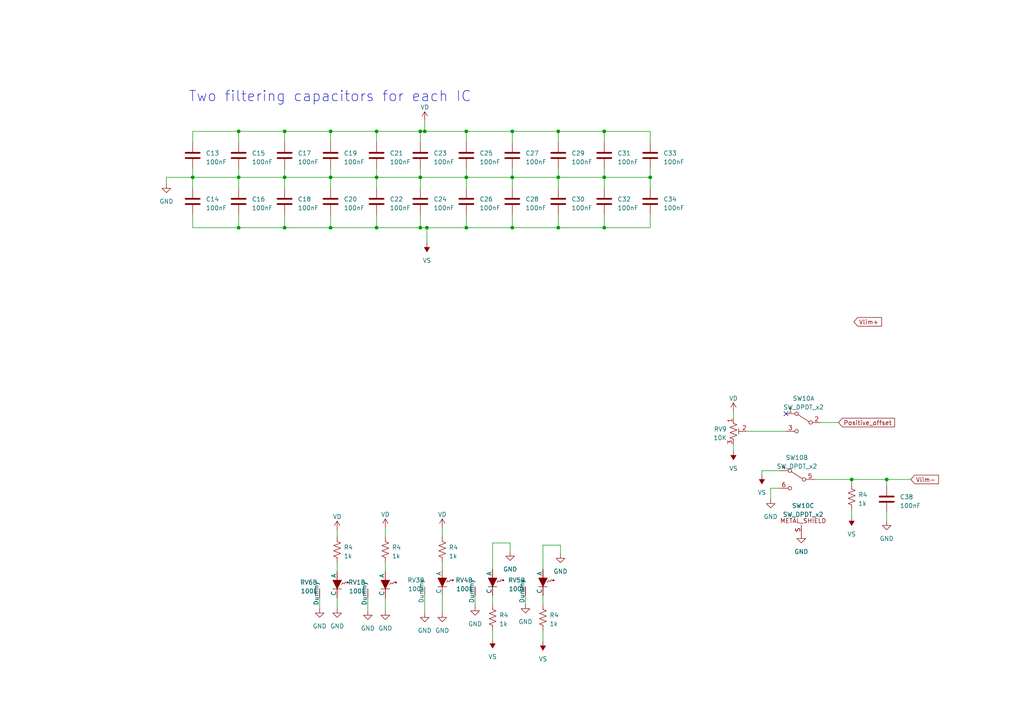
<source format=kicad_sch>
(kicad_sch (version 20230121) (generator eeschema)
  (paper "A4")
  (lib_symbols
    (symbol "Device:C" (pin_numbers hide) (pin_names (offset 0.254))
      (property "Reference" "C" (at 0.635 2.54 0))
      (property "Value" "C" (at 0.635 -2.54 0))
      (symbol "C_0_1"
        (polyline (pts (xy -2.032 -0.762) (xy 2.032 -0.762)) (stroke (width 0.508)))
        (polyline (pts (xy -2.032 0.762) (xy 2.032 0.762)) (stroke (width 0.508)))
      )
      (symbol "C_1_1"
        (pin passive line (at 0 3.81 270) (length 2.794) (name "~") (number "1"))
        (pin passive line (at 0 -3.81 90) (length 2.794) (name "~") (number "2"))
      )
    )
    (symbol "Device:R_Potentiometer_Trim_US" (pin_names (offset 1.016) hide)
      (property "Reference" "RV" (at -4.445 0 90))
      (property "Value" "R_Potentiometer_Trim_US" (at -2.54 0 90))
      (symbol "R_Potentiometer_Trim_US_0_1"
        (polyline (pts (xy 0 -2.286) (xy 0 -2.54)))
        (polyline (pts (xy 0 2.286) (xy 0 2.54)))
        (polyline (pts (xy 1.524 0.762) (xy 1.524 -0.762)))
        (polyline (pts (xy 2.54 0) (xy 1.524 0)))
        (polyline (pts (xy 0 -0.762) (xy 1.016 -1.143) (xy 0 -1.524) (xy -1.016 -1.905) (xy 0 -2.286)))
        (polyline (pts (xy 0 0.762) (xy 1.016 0.381) (xy 0 0) (xy -1.016 -0.381) (xy 0 -0.762)))
        (polyline (pts (xy 0 2.286) (xy 1.016 1.905) (xy 0 1.524) (xy -1.016 1.143) (xy 0 0.762)))
      )
      (symbol "R_Potentiometer_Trim_US_1_1"
        (pin passive line (at 0 3.81 270) (length 1.27) (name "1") (number "1"))
        (pin passive line (at 3.81 0 180) (length 1.27) (name "2") (number "2"))
        (pin passive line (at 0 -3.81 90) (length 1.27) (name "3") (number "3"))
      )
    )
    (symbol "Device:R_US" (pin_numbers hide) (pin_names (offset 0))
      (property "Reference" "R" (at 2.54 0 90))
      (property "Value" "R_US" (at -2.54 0 90))
      (symbol "R_US_0_1"
        (polyline (pts (xy 0 -2.286) (xy 0 -2.54)))
        (polyline (pts (xy 0 2.286) (xy 0 2.54)))
        (polyline (pts (xy 0 -0.762) (xy 1.016 -1.143) (xy 0 -1.524) (xy -1.016 -1.905) (xy 0 -2.286)))
        (polyline (pts (xy 0 0.762) (xy 1.016 0.381) (xy 0 0) (xy -1.016 -0.381) (xy 0 -0.762)))
        (polyline (pts (xy 0 2.286) (xy 1.016 1.905) (xy 0 1.524) (xy -1.016 1.143) (xy 0 0.762)))
      )
      (symbol "R_US_1_1"
        (pin passive line (at 0 3.81 270) (length 1.27) (name "~") (number "1"))
        (pin passive line (at 0 -3.81 90) (length 1.27) (name "~") (number "2"))
      )
    )
    (symbol "local_lib:SW_DPDT_x2" (pin_names (offset 0) hide)
      (property "Reference" "SW1" (at 0 6.35 0))
      (property "Value" "SW_DPDT_x2" (at 0 3.81 0))
      (symbol "SW_DPDT_x2_1_0"
        (circle (center -2.0651 0.0263) (radius 0.508))
        (circle (center 1.9989 -2.5137) (radius 0.508))
      )
      (symbol "SW_DPDT_x2_1_1"
        (polyline (pts (xy -1.5571 0.2803) (xy 1.6179 2.3123)))
        (circle (center 1.9989 2.5663) (radius 0.508))
        (pin passive line (at 5.08 2.54 180) (length 2.54) (name "A") (number "1"))
        (pin passive line (at -5.08 0 0) (length 2.54) (name "B") (number "2"))
        (pin passive line (at 5.08 -2.54 180) (length 2.54) (name "C") (number "3"))
      )
      (symbol "SW_DPDT_x2_2_0"
        (circle (center -2.0387 0) (radius 0.508))
        (circle (center 2.0253 -2.54) (radius 0.508))
      )
      (symbol "SW_DPDT_x2_2_1"
        (polyline (pts (xy -1.5307 0.254) (xy 1.6443 2.286)))
        (circle (center 2.0253 2.54) (radius 0.508))
        (pin passive line (at 5.08 2.54 180) (length 2.54) (name "A") (number "4"))
        (pin passive line (at -5.08 0 0) (length 2.54) (name "B") (number "5"))
        (pin passive line (at 5.08 -2.54 180) (length 2.54) (name "C") (number "6"))
      )
      (symbol "SW_DPDT_x2_3_1"
        (text "METAL_SHIELD" (at 0.5342 1.3412 0) (effects (font (size 1.27 1.27))))
        (pin passive line (at 0 -2.54 90) (length 2.54) (name "S") (number "S"))
      )
    )
    (symbol "local_lib:potentiometer_and _LED" (pin_numbers hide) (pin_names (offset 0))
      (property "Reference" "RV" (at -4.445 0 90))
      (property "Value" "100k" (at -2.54 0 90))
      (symbol "potentiometer_and _LED_1_1"
        (unit_name "Potentiometer")
        (polyline (pts (xy 0 -2.286) (xy 0 -2.54)))
        (polyline (pts (xy 0 2.54) (xy 0 2.286)))
        (polyline (pts (xy 2.54 0) (xy 1.524 0)))
        (polyline (pts (xy 1.143 0) (xy 2.286 0.508) (xy 2.286 -0.508) (xy 1.143 0)) (fill (type outline)))
        (polyline (pts (xy 0 -0.762) (xy 1.016 -1.143) (xy 0 -1.524) (xy -1.016 -1.905) (xy 0 -2.286)))
        (polyline (pts (xy 0 0.762) (xy 1.016 0.381) (xy 0 0) (xy -1.016 -0.381) (xy 0 -0.762)))
        (polyline (pts (xy 0 2.286) (xy 1.016 1.905) (xy 0 1.524) (xy -1.016 1.143) (xy 0 0.762)))
        (pin passive line (at 0 3.81 270) (length 1.27) (name "1") (number "1"))
        (pin passive line (at 3.81 0 180) (length 1.27) (name "2") (number "2"))
        (pin passive line (at 0 -3.81 90) (length 1.27) (name "3") (number "3"))
      )
      (symbol "potentiometer_and _LED_2_1"
        (unit_name "LED")
        (polyline (pts (xy -1.27 -1.27) (xy 1.27 -1.27)))
        (polyline (pts (xy 1.27 1.27) (xy -1.27 1.27) (xy 0 -1.27) (xy 1.27 1.27)) (fill (type outline)))
        (polyline (pts (xy 1.27 0) (xy 1.5487 0.4956) (xy 2.1435 0.1982) (xy 2.3615 0.7335) (xy 2.9364 0.5947) (xy 3.0356 0.8524) (xy 2.7977 0.4163) (xy 3.3329 0.4956) (xy 3.0356 0.8722) (xy 3.1545 0.555) (xy 3.0157 0.5947)))
        (pin passive line (at 0 3.81 270) (length 2.54) (name "A") (number "A"))
        (pin passive line (at 0 -3.81 90) (length 2.54) (name "C") (number "C"))
        (pin passive line (at -5.08 -3.81 90) (length 2.54) (name "Dummy") (number "L"))
      )
    )
    (symbol "power:GND" (power) (pin_names (offset 0))
      (property "Value" "GND" (at 0 -3.81 0))
      (symbol "GND_0_1"
        (polyline (pts (xy 0 0) (xy 0 -1.27) (xy 1.27 -1.27) (xy 0 -2.54) (xy -1.27 -1.27) (xy 0 -1.27)))
      )
      (symbol "GND_1_1"
        (pin power_in line (at 0 0 270) (length 0) hide (name "GND") (number "1"))
      )
    )
    (symbol "power:VD" (power) (pin_names (offset 0))
      (property "Value" "VD" (at 0 3.81 0))
      (symbol "VD_0_1"
        (polyline (pts (xy -0.762 1.27) (xy 0 2.54)))
        (polyline (pts (xy 0 0) (xy 0 2.54)))
        (polyline (pts (xy 0 2.54) (xy 0.762 1.27)))
      )
      (symbol "VD_1_1"
        (pin power_in line (at 0 0 90) (length 0) hide (name "VD") (number "1"))
      )
    )
    (symbol "power:VS" (power) (pin_names (offset 0))
      (property "Value" "VS" (at 0 3.81 0))
      (symbol "VS_0_1"
        (polyline (pts (xy 0 0) (xy 0 2.54)))
        (polyline (pts (xy 0.762 1.27) (xy -0.762 1.27) (xy 0 2.54) (xy 0.762 1.27)) (fill (type outline)))
      )
      (symbol "VS_1_1"
        (pin power_in line (at 0 0 90) (length 0) hide (name "VS") (number "1"))
      )
    )
  )
  (junction (at 148.59 66.04))
  (junction (at 148.59 38.1))
  (junction (at 257.175 139.065))
  (junction (at 135.255 51.435))
  (junction (at 82.55 38.1))
  (junction (at 109.22 51.435))
  (junction (at 82.55 51.435))
  (junction (at 69.215 66.04))
  (junction (at 95.885 66.04))
  (junction (at 161.925 38.1))
  (junction (at 55.88 51.435))
  (junction (at 135.255 38.1))
  (junction (at 69.215 38.1))
  (junction (at 148.59 51.435))
  (junction (at 109.22 66.04))
  (junction (at 175.26 38.1))
  (junction (at 69.215 51.435))
  (junction (at 161.925 66.04))
  (junction (at 247.015 139.065))
  (junction (at 121.92 51.435))
  (junction (at 95.885 38.1))
  (junction (at 175.26 51.435))
  (junction (at 109.22 38.1))
  (junction (at 175.26 66.04))
  (junction (at 121.92 38.1))
  (junction (at 161.925 51.435))
  (junction (at 123.19 38.1))
  (junction (at 95.885 51.435))
  (junction (at 123.825 66.04))
  (junction (at 188.595 51.435))
  (junction (at 135.255 66.04))
  (junction (at 121.92 66.04))
  (junction (at 82.55 66.04))
  (no_connect (at 227.965 120.015))
  (wire (pts (xy 148.59 51.435) (xy 148.59 54.61)))
  (wire (pts (xy 175.26 38.1) (xy 161.925 38.1)))
  (wire (pts (xy 121.92 48.895) (xy 121.92 51.435)))
  (wire (pts (xy 95.885 48.895) (xy 95.885 51.435)))
  (wire (pts (xy 123.825 66.04) (xy 123.825 70.485)))
  (wire (pts (xy 161.925 48.895) (xy 161.925 51.435)))
  (wire (pts (xy 69.215 38.1) (xy 82.55 38.1)))
  (wire (pts (xy 135.255 48.895) (xy 135.255 51.435)))
  (wire (pts (xy 55.88 51.435) (xy 48.26 51.435)))
  (wire (pts (xy 69.215 62.23) (xy 69.215 66.04)))
  (wire (pts (xy 95.885 51.435) (xy 82.55 51.435)))
  (wire (pts (xy 95.885 51.435) (xy 109.22 51.435)))
  (wire (pts (xy 109.22 51.435) (xy 109.22 54.61)))
  (wire (pts (xy 128.27 153.035) (xy 128.27 155.575)))
  (wire (pts (xy 121.92 38.1) (xy 121.92 41.275)))
  (wire (pts (xy 109.22 38.1) (xy 121.92 38.1)))
  (wire (pts (xy 82.55 66.04) (xy 95.885 66.04)))
  (wire (pts (xy 135.255 51.435) (xy 135.255 54.61)))
  (wire (pts (xy 161.925 38.1) (xy 161.925 41.275)))
  (wire (pts (xy 55.88 51.435) (xy 69.215 51.435)))
  (wire (pts (xy 95.885 38.1) (xy 109.22 38.1)))
  (wire (pts (xy 128.27 172.72) (xy 128.27 177.8)))
  (wire (pts (xy 135.255 38.1) (xy 135.255 41.275)))
  (wire (pts (xy 212.725 119.38) (xy 212.725 121.285)))
  (wire (pts (xy 142.875 182.88) (xy 142.875 185.42)))
  (wire (pts (xy 95.885 62.23) (xy 95.885 66.04)))
  (wire (pts (xy 161.925 62.23) (xy 161.925 66.04)))
  (wire (pts (xy 175.26 62.23) (xy 175.26 66.04)))
  (wire (pts (xy 95.885 38.1) (xy 95.885 41.275)))
  (wire (pts (xy 220.98 137.795) (xy 220.98 136.525)))
  (wire (pts (xy 109.22 48.895) (xy 109.22 51.435)))
  (wire (pts (xy 175.26 48.895) (xy 175.26 51.435)))
  (wire (pts (xy 69.215 38.1) (xy 69.215 41.275)))
  (wire (pts (xy 247.015 139.065) (xy 247.015 140.335)))
  (wire (pts (xy 121.92 51.435) (xy 121.92 54.61)))
  (wire (pts (xy 55.88 38.1) (xy 69.215 38.1)))
  (wire (pts (xy 135.255 66.04) (xy 148.59 66.04)))
  (wire (pts (xy 175.26 38.1) (xy 175.26 41.275)))
  (wire (pts (xy 162.56 158.115) (xy 157.48 158.115)))
  (wire (pts (xy 257.175 139.065) (xy 257.175 140.97)))
  (wire (pts (xy 55.88 48.895) (xy 55.88 51.435)))
  (wire (pts (xy 188.595 51.435) (xy 188.595 54.61)))
  (wire (pts (xy 69.215 51.435) (xy 69.215 54.61)))
  (wire (pts (xy 82.55 38.1) (xy 95.885 38.1)))
  (wire (pts (xy 111.76 163.195) (xy 111.76 165.735)))
  (wire (pts (xy 161.925 51.435) (xy 175.26 51.435)))
  (wire (pts (xy 238.125 122.555) (xy 243.205 122.555)))
  (wire (pts (xy 223.52 144.78) (xy 223.52 141.605)))
  (wire (pts (xy 82.55 62.23) (xy 82.55 66.04)))
  (wire (pts (xy 188.595 38.1) (xy 175.26 38.1)))
  (wire (pts (xy 188.595 66.04) (xy 188.595 62.23)))
  (wire (pts (xy 55.88 41.275) (xy 55.88 38.1)))
  (wire (pts (xy 161.925 51.435) (xy 161.925 54.61)))
  (wire (pts (xy 162.56 160.655) (xy 162.56 158.115)))
  (wire (pts (xy 142.875 157.48) (xy 147.955 157.48)))
  (wire (pts (xy 95.885 51.435) (xy 95.885 54.61)))
  (wire (pts (xy 161.925 66.04) (xy 175.26 66.04)))
  (wire (pts (xy 148.59 38.1) (xy 135.255 38.1)))
  (wire (pts (xy 106.68 173.355) (xy 106.68 177.165)))
  (wire (pts (xy 175.26 66.04) (xy 188.595 66.04)))
  (wire (pts (xy 123.825 66.04) (xy 135.255 66.04)))
  (wire (pts (xy 123.19 172.72) (xy 123.19 177.8)))
  (wire (pts (xy 157.48 172.72) (xy 157.48 175.26)))
  (wire (pts (xy 188.595 48.895) (xy 188.595 51.435)))
  (wire (pts (xy 55.88 51.435) (xy 55.88 54.61)))
  (wire (pts (xy 247.015 147.955) (xy 247.015 149.86)))
  (wire (pts (xy 109.22 62.23) (xy 109.22 66.04)))
  (wire (pts (xy 69.215 48.895) (xy 69.215 51.435)))
  (wire (pts (xy 147.955 157.48) (xy 147.955 160.02)))
  (wire (pts (xy 247.015 139.065) (xy 257.175 139.065)))
  (wire (pts (xy 257.175 148.59) (xy 257.175 151.13)))
  (wire (pts (xy 161.925 38.1) (xy 148.59 38.1)))
  (wire (pts (xy 121.92 51.435) (xy 135.255 51.435)))
  (wire (pts (xy 109.22 51.435) (xy 121.92 51.435)))
  (wire (pts (xy 137.795 172.72) (xy 137.795 175.895)))
  (wire (pts (xy 212.725 128.905) (xy 212.725 130.81)))
  (wire (pts (xy 82.55 48.895) (xy 82.55 51.435)))
  (wire (pts (xy 95.885 66.04) (xy 109.22 66.04)))
  (wire (pts (xy 111.76 173.355) (xy 111.76 177.165)))
  (wire (pts (xy 157.48 158.115) (xy 157.48 165.1)))
  (wire (pts (xy 257.175 139.065) (xy 264.16 139.065)))
  (wire (pts (xy 82.55 38.1) (xy 82.55 41.275)))
  (wire (pts (xy 152.4 172.72) (xy 152.4 175.26)))
  (wire (pts (xy 188.595 41.275) (xy 188.595 38.1)))
  (wire (pts (xy 148.59 62.23) (xy 148.59 66.04)))
  (wire (pts (xy 55.88 62.23) (xy 55.88 66.04)))
  (wire (pts (xy 121.92 66.04) (xy 123.825 66.04)))
  (wire (pts (xy 223.52 141.605) (xy 226.06 141.605)))
  (wire (pts (xy 111.76 153.035) (xy 111.76 155.575)))
  (wire (pts (xy 148.59 66.04) (xy 161.925 66.04)))
  (wire (pts (xy 69.215 51.435) (xy 82.55 51.435)))
  (wire (pts (xy 109.22 66.04) (xy 121.92 66.04)))
  (wire (pts (xy 121.92 62.23) (xy 121.92 66.04)))
  (wire (pts (xy 69.215 66.04) (xy 82.55 66.04)))
  (wire (pts (xy 97.79 173.355) (xy 97.79 176.53)))
  (wire (pts (xy 216.535 125.095) (xy 227.965 125.095)))
  (wire (pts (xy 148.59 38.1) (xy 148.59 41.275)))
  (wire (pts (xy 82.55 51.435) (xy 82.55 54.61)))
  (wire (pts (xy 175.26 51.435) (xy 188.595 51.435)))
  (wire (pts (xy 148.59 51.435) (xy 161.925 51.435)))
  (wire (pts (xy 135.255 38.1) (xy 123.19 38.1)))
  (wire (pts (xy 97.79 153.67) (xy 97.79 155.575)))
  (wire (pts (xy 148.59 51.435) (xy 135.255 51.435)))
  (wire (pts (xy 142.875 172.72) (xy 142.875 175.26)))
  (wire (pts (xy 220.98 136.525) (xy 226.06 136.525)))
  (wire (pts (xy 175.26 51.435) (xy 175.26 54.61)))
  (wire (pts (xy 135.255 62.23) (xy 135.255 66.04)))
  (wire (pts (xy 142.875 165.1) (xy 142.875 157.48)))
  (wire (pts (xy 55.88 66.04) (xy 69.215 66.04)))
  (wire (pts (xy 128.27 163.195) (xy 128.27 165.1)))
  (wire (pts (xy 97.79 163.195) (xy 97.79 165.735)))
  (wire (pts (xy 92.71 173.355) (xy 92.71 176.53)))
  (wire (pts (xy 121.92 38.1) (xy 123.19 38.1)))
  (wire (pts (xy 123.19 34.925) (xy 123.19 38.1)))
  (wire (pts (xy 148.59 48.895) (xy 148.59 51.435)))
  (wire (pts (xy 236.22 139.065) (xy 247.015 139.065)))
  (wire (pts (xy 48.26 51.435) (xy 48.26 53.34)))
  (wire (pts (xy 157.48 182.88) (xy 157.48 186.055)))
  (wire (pts (xy 109.22 38.1) (xy 109.22 41.275)))
  (text "Two filtering capacitors for each IC " (at 54.61 29.845 0) (effects (font (size 3 3)) (justify left bottom)))
  (global_label "Vlim+" (shape input) (at 247.65 93.345 0) (property "Intersheetrefs" "${INTERSHEET_REFS}" (effects hide)))
  (global_label "Vlim-" (shape input) (at 264.16 139.065 0) (property "Intersheetrefs" "${INTERSHEET_REFS}" (effects hide)))
  (global_label "Positive_offset" (shape input) (at 243.205 122.555 0) (property "Intersheetrefs" "${INTERSHEET_REFS}" (effects hide)))
  (symbol (lib_id "power:GND") (at 92.71 176.53 0) (unit 1)
    (property "Reference" "#PWR056" (effects hide))
    (property "Value" "GND" (at 92.71 181.61 0))
  )
  (symbol (lib_id "power:GND") (at 162.56 160.655 0) (unit 1)
    (property "Reference" "#PWR051" (effects hide))
    (property "Value" "GND" (at 162.56 165.735 0))
  )
  (symbol (lib_id "Device:C") (at 148.59 45.085 0) (unit 1)
    (property "Reference" "C27" (at 152.4 44.45 0) (effects (justify left)))
    (property "Value" "100nF" (at 152.4 46.99 0) (effects (justify left)))
    (property "Footprint" "Capacitor_SMD:C_0805_2012Metric" (effects hide))
  )
  (symbol (lib_id "power:VD") (at 212.725 119.38 0) (unit 1)
    (property "Reference" "#PWR068" (effects hide))
    (property "Value" "VD" (at 212.725 115.57 0))
  )
  (symbol (lib_id "Device:R_US") (at 97.79 159.385 180) (unit 1)
    (property "Reference" "R4" (at 99.695 158.75 0) (effects (justify right)))
    (property "Value" "1k" (at 99.695 161.29 0) (effects (justify right)))
    (property "Footprint" "Resistor_SMD:R_0805_2012Metric" (effects hide))
    (instances (project "basic_pid" (path "" (reference "R4") (unit 1)) (path "" (reference "R23") (unit 1))))
  )
  (symbol (lib_id "Device:C") (at 55.88 45.085 0) (unit 1)
    (property "Reference" "C13" (at 59.69 44.45 0) (effects (justify left)))
    (property "Value" "100nF" (at 59.69 46.99 0) (effects (justify left)))
    (property "Footprint" "Capacitor_SMD:C_0805_2012Metric" (effects hide))
  )
  (symbol (lib_id "power:GND") (at 111.76 177.165 0) (unit 1)
    (property "Reference" "#PWR048" (effects hide))
    (property "Value" "GND" (at 111.76 182.245 0))
  )
  (symbol (lib_id "Device:C") (at 148.59 58.42 0) (unit 1)
    (property "Reference" "C28" (at 152.4 57.785 0) (effects (justify left)))
    (property "Value" "100nF" (at 152.4 60.325 0) (effects (justify left)))
    (property "Footprint" "Capacitor_SMD:C_0805_2012Metric" (effects hide))
  )
  (symbol (lib_id "power:GND") (at 147.955 160.02 0) (unit 1)
    (property "Reference" "#PWR050" (effects hide))
    (property "Value" "GND" (at 147.955 165.1 0))
  )
  (symbol (lib_id "power:VS") (at 212.725 130.81 180) (unit 1)
    (property "Reference" "#PWR067" (effects hide))
    (property "Value" "VS" (at 212.725 135.89 0))
  )
  (symbol (lib_id "Device:C") (at 109.22 45.085 0) (unit 1)
    (property "Reference" "C21" (at 113.03 44.45 0) (effects (justify left)))
    (property "Value" "100nF" (at 113.03 46.99 0) (effects (justify left)))
    (property "Footprint" "Capacitor_SMD:C_0805_2012Metric" (effects hide))
  )
  (symbol (lib_id "Device:C") (at 69.215 45.085 0) (unit 1)
    (property "Reference" "C15" (at 73.025 44.45 0) (effects (justify left)))
    (property "Value" "100nF" (at 73.025 46.99 0) (effects (justify left)))
    (property "Footprint" "Capacitor_SMD:C_0805_2012Metric" (effects hide))
  )
  (symbol (lib_id "Device:C") (at 82.55 58.42 0) (unit 1)
    (property "Reference" "C18" (at 86.36 57.785 0) (effects (justify left)))
    (property "Value" "100nF" (at 86.36 60.325 0) (effects (justify left)))
    (property "Footprint" "Capacitor_SMD:C_0805_2012Metric" (effects hide))
  )
  (symbol (lib_id "local_lib:potentiometer_and _LED") (at 142.875 168.91 0) (unit 2)
    (property "Reference" "RV4" (at 137.16 168.275 0) (effects (justify right)))
    (property "Value" "100k" (at 137.16 170.815 0) (effects (justify right)))
    (property "Footprint" "lib:Slide_pot_45mm" (effects hide))
    (property "Datasheet" "https://www.bourns.com/docs/Product-Datasheets/PTL.pdf" (effects hide))
    (property "PARTNO" "PTL45-15O0-104B1" (effects hide))
    (property "DIGIKEY" "PTL45-15O0-104B1-ND" (effects hide))
  )
  (symbol (lib_id "power:VD") (at 97.79 153.67 0) (unit 1)
    (property "Reference" "#PWR044" (effects hide))
    (property "Value" "VD" (at 97.79 149.86 0))
  )
  (symbol (lib_id "power:VD") (at 111.76 153.035 0) (unit 1)
    (property "Reference" "#PWR045" (effects hide))
    (property "Value" "VD" (at 111.76 149.225 0))
  )
  (symbol (lib_id "Device:R_US") (at 128.27 159.385 180) (unit 1)
    (property "Reference" "R4" (at 130.175 158.75 0) (effects (justify right)))
    (property "Value" "1k" (at 130.175 161.29 0) (effects (justify right)))
    (property "Footprint" "Resistor_SMD:R_0805_2012Metric" (effects hide))
    (instances (project "basic_pid" (path "" (reference "R4") (unit 1)) (path "" (reference "R25") (unit 1))))
  )
  (symbol (lib_id "local_lib:SW_DPDT_x2") (at 233.045 122.555 0) (mirror y) (unit 1)
    (property "Reference" "SW10" (at 233.0616 115.57 0))
    (property "Value" "SW_DPDT_x2" (at 233.0616 118.11 0))
    (property "Footprint" "lib:MHS222" (effects hide))
    (property "Datasheet" "https://www.te.com/commerce/DocumentDelivery/DDEController?Action=srchrtrv&DocNm=1825289&DocType=Customer+Drawing&DocLang=English&DocFormat=pdf&PartCntxt=1825289-1" (effects hide))
    (property "PARTNO" "1825289-1" (effects hide))
    (property "DIGIKEY" "450-1572-ND" (effects hide))
  )
  (symbol (lib_id "Device:C") (at 135.255 58.42 0) (unit 1)
    (property "Reference" "C26" (at 139.065 57.785 0) (effects (justify left)))
    (property "Value" "100nF" (at 139.065 60.325 0) (effects (justify left)))
    (property "Footprint" "Capacitor_SMD:C_0805_2012Metric" (effects hide))
  )
  (symbol (lib_id "Device:C") (at 121.92 45.085 0) (unit 1)
    (property "Reference" "C23" (at 125.73 44.45 0) (effects (justify left)))
    (property "Value" "100nF" (at 125.73 46.99 0) (effects (justify left)))
    (property "Footprint" "Capacitor_SMD:C_0805_2012Metric" (effects hide))
  )
  (symbol (lib_id "Device:C") (at 95.885 45.085 0) (unit 1)
    (property "Reference" "C19" (at 99.695 44.45 0) (effects (justify left)))
    (property "Value" "100nF" (at 99.695 46.99 0) (effects (justify left)))
    (property "Footprint" "Capacitor_SMD:C_0805_2012Metric" (effects hide))
  )
  (symbol (lib_id "power:GND") (at 97.79 176.53 0) (unit 1)
    (property "Reference" "#PWR047" (effects hide))
    (property "Value" "GND" (at 97.79 181.61 0))
  )
  (symbol (lib_id "Device:C") (at 175.26 58.42 0) (unit 1)
    (property "Reference" "C32" (at 179.07 57.785 0) (effects (justify left)))
    (property "Value" "100nF" (at 179.07 60.325 0) (effects (justify left)))
    (property "Footprint" "Capacitor_SMD:C_0805_2012Metric" (effects hide))
  )
  (symbol (lib_id "power:VD") (at 128.27 153.035 0) (unit 1)
    (property "Reference" "#PWR046" (effects hide))
    (property "Value" "VD" (at 128.27 149.225 0))
  )
  (symbol (lib_id "power:VS") (at 123.825 70.485 180) (unit 1)
    (property "Reference" "#PWR038" (effects hide))
    (property "Value" "VS" (at 123.825 75.565 0))
  )
  (symbol (lib_id "power:GND") (at 48.26 53.34 0) (unit 1)
    (property "Reference" "#PWR036" (effects hide))
    (property "Value" "GND" (at 48.26 58.42 0))
  )
  (symbol (lib_id "Device:C") (at 188.595 58.42 0) (unit 1)
    (property "Reference" "C34" (at 192.405 57.785 0) (effects (justify left)))
    (property "Value" "100nF" (at 192.405 60.325 0) (effects (justify left)))
    (property "Footprint" "Capacitor_SMD:C_0805_2012Metric" (effects hide))
  )
  (symbol (lib_id "Device:C") (at 82.55 45.085 0) (unit 1)
    (property "Reference" "C17" (at 86.36 44.45 0) (effects (justify left)))
    (property "Value" "100nF" (at 86.36 46.99 0) (effects (justify left)))
    (property "Footprint" "Capacitor_SMD:C_0805_2012Metric" (effects hide))
  )
  (symbol (lib_id "Device:R_US") (at 247.015 144.145 180) (unit 1)
    (property "Reference" "R4" (at 248.92 143.51 0) (effects (justify right)))
    (property "Value" "1k" (at 248.92 146.05 0) (effects (justify right)))
    (property "Footprint" "Resistor_SMD:R_0805_2012Metric" (effects hide))
    (instances (project "basic_pid" (path "" (reference "R4") (unit 1)) (path "" (reference "R34") (unit 1))))
  )
  (symbol (lib_id "Device:C") (at 109.22 58.42 0) (unit 1)
    (property "Reference" "C22" (at 113.03 57.785 0) (effects (justify left)))
    (property "Value" "100nF" (at 113.03 60.325 0) (effects (justify left)))
    (property "Footprint" "Capacitor_SMD:C_0805_2012Metric" (effects hide))
  )
  (symbol (lib_id "power:GND") (at 137.795 175.895 0) (unit 1)
    (property "Reference" "#PWR053" (effects hide))
    (property "Value" "GND" (at 137.795 180.975 0))
  )
  (symbol (lib_id "power:VD") (at 123.19 34.925 0) (unit 1)
    (property "Reference" "#PWR037" (effects hide))
    (property "Value" "VD" (at 123.19 31.115 0))
  )
  (symbol (lib_id "Device:C") (at 161.925 45.085 0) (unit 1)
    (property "Reference" "C29" (at 165.735 44.45 0) (effects (justify left)))
    (property "Value" "100nF" (at 165.735 46.99 0) (effects (justify left)))
    (property "Footprint" "Capacitor_SMD:C_0805_2012Metric" (effects hide))
  )
  (symbol (lib_id "power:GND") (at 223.52 144.78 0) (unit 1)
    (property "Reference" "#PWR065" (effects hide))
    (property "Value" "GND" (at 223.52 149.86 0))
  )
  (symbol (lib_id "local_lib:potentiometer_and _LED") (at 111.76 169.545 0) (unit 2)
    (property "Reference" "RV1" (at 106.045 168.91 0) (effects (justify right)))
    (property "Value" "100k" (at 106.045 171.45 0) (effects (justify right)))
    (property "Footprint" "lib:Slide_pot_45mm" (effects hide))
    (property "Datasheet" "https://www.bourns.com/docs/Product-Datasheets/PTL.pdf" (effects hide))
    (property "PARTNO" "PTL45-15O0-104B1" (effects hide))
    (property "DIGIKEY" "PTL45-15O0-104B1-ND" (effects hide))
    (instances (project "basic_pid" (path "" (reference "RV1") (unit 2)) (path "" (reference "RV2") (unit 2))))
  )
  (symbol (lib_id "Device:C") (at 95.885 58.42 0) (unit 1)
    (property "Reference" "C20" (at 99.695 57.785 0) (effects (justify left)))
    (property "Value" "100nF" (at 99.695 60.325 0) (effects (justify left)))
    (property "Footprint" "Capacitor_SMD:C_0805_2012Metric" (effects hide))
  )
  (symbol (lib_id "Device:C") (at 161.925 58.42 0) (unit 1)
    (property "Reference" "C30" (at 165.735 57.785 0) (effects (justify left)))
    (property "Value" "100nF" (at 165.735 60.325 0) (effects (justify left)))
    (property "Footprint" "Capacitor_SMD:C_0805_2012Metric" (effects hide))
  )
  (symbol (lib_id "local_lib:potentiometer_and _LED") (at 128.27 168.91 0) (unit 2)
    (property "Reference" "RV3" (at 123.19 168.275 0) (effects (justify right)))
    (property "Value" "100k" (at 123.19 170.815 0) (effects (justify right)))
    (property "Footprint" "lib:Slide_pot_45mm" (effects hide))
    (property "Datasheet" "https://www.bourns.com/docs/Product-Datasheets/PTL.pdf" (effects hide))
    (property "PARTNO" "PTL45-15O0-104B1" (effects hide))
    (property "DIGIKEY" "PTL45-15O0-104B1-ND" (effects hide))
  )
  (symbol (lib_id "Device:C") (at 175.26 45.085 0) (unit 1)
    (property "Reference" "C31" (at 179.07 44.45 0) (effects (justify left)))
    (property "Value" "100nF" (at 179.07 46.99 0) (effects (justify left)))
    (property "Footprint" "Capacitor_SMD:C_0805_2012Metric" (effects hide))
  )
  (symbol (lib_id "Device:R_US") (at 111.76 159.385 180) (unit 1)
    (property "Reference" "R4" (at 113.665 158.75 0) (effects (justify right)))
    (property "Value" "1k" (at 113.665 161.29 0) (effects (justify right)))
    (property "Footprint" "Resistor_SMD:R_0805_2012Metric" (effects hide))
    (instances (project "basic_pid" (path "" (reference "R4") (unit 1)) (path "" (reference "R24") (unit 1))))
  )
  (symbol (lib_id "power:GND") (at 257.175 151.13 0) (unit 1)
    (property "Reference" "#PWR066" (effects hide))
    (property "Value" "GND" (at 257.175 156.21 0))
  )
  (symbol (lib_id "Device:C") (at 55.88 58.42 0) (unit 1)
    (property "Reference" "C14" (at 59.69 57.785 0) (effects (justify left)))
    (property "Value" "100nF" (at 59.69 60.325 0) (effects (justify left)))
    (property "Footprint" "Capacitor_SMD:C_0805_2012Metric" (effects hide))
  )
  (symbol (lib_id "Device:R_Potentiometer_Trim_US") (at 212.725 125.095 0) (unit 1)
    (property "Reference" "RV9" (at 210.82 124.46 0) (effects (justify right)))
    (property "Value" "10K" (at 210.82 127 0) (effects (justify right)))
    (property "Footprint" "Potentiometer_THT:Potentiometer_Bourns_3296W_Vertical" (effects hide))
  )
  (symbol (lib_id "power:GND") (at 128.27 177.8 0) (unit 1)
    (property "Reference" "#PWR049" (effects hide))
    (property "Value" "GND" (at 128.27 182.88 0))
  )
  (symbol (lib_id "power:GND") (at 106.68 177.165 0) (unit 1)
    (property "Reference" "#PWR055" (effects hide))
    (property "Value" "GND" (at 106.68 182.245 0))
  )
  (symbol (lib_id "local_lib:potentiometer_and _LED") (at 157.48 168.91 0) (unit 2)
    (property "Reference" "RV5" (at 152.4 168.275 0) (effects (justify right)))
    (property "Value" "100k" (at 152.4 170.815 0) (effects (justify right)))
    (property "Footprint" "lib:Slide_pot_45mm" (effects hide))
    (property "Datasheet" "https://www.bourns.com/docs/Product-Datasheets/PTL.pdf" (effects hide))
    (property "PARTNO" "PTL45-15O0-104B1" (effects hide))
    (property "DIGIKEY" "PTL45-15O0-104B1-ND" (effects hide))
  )
  (symbol (lib_id "Device:R_US") (at 142.875 179.07 180) (unit 1)
    (property "Reference" "R4" (at 144.78 178.435 0) (effects (justify right)))
    (property "Value" "1k" (at 144.78 180.975 0) (effects (justify right)))
    (property "Footprint" "Resistor_SMD:R_0805_2012Metric" (effects hide))
    (instances (project "basic_pid" (path "" (reference "R4") (unit 1)) (path "" (reference "R26") (unit 1))))
  )
  (symbol (lib_id "Device:C") (at 69.215 58.42 0) (unit 1)
    (property "Reference" "C16" (at 73.025 57.785 0) (effects (justify left)))
    (property "Value" "100nF" (at 73.025 60.325 0) (effects (justify left)))
    (property "Footprint" "Capacitor_SMD:C_0805_2012Metric" (effects hide))
  )
  (symbol (lib_id "local_lib:SW_DPDT_x2") (at 231.14 139.065 0) (mirror y) (unit 2)
    (property "Reference" "SW10" (at 231.1434 132.715 0))
    (property "Value" "SW_DPDT_x2" (at 231.1434 135.255 0))
    (property "Footprint" "lib:MHS222" (effects hide))
    (property "Datasheet" "https://www.te.com/commerce/DocumentDelivery/DDEController?Action=srchrtrv&DocNm=1825289&DocType=Customer+Drawing&DocLang=English&DocFormat=pdf&PartCntxt=1825289-1" (effects hide))
    (property "PARTNO" "1825289-1" (effects hide))
    (property "DIGIKEY" "450-1572-ND" (effects hide))
  )
  (symbol (lib_id "power:VS") (at 142.875 185.42 180) (unit 1)
    (property "Reference" "#PWR042" (effects hide))
    (property "Value" "VS" (at 142.875 190.5 0))
  )
  (symbol (lib_id "power:GND") (at 232.41 154.94 0) (unit 1)
    (property "Reference" "#PWR062" (effects hide))
    (property "Value" "GND" (at 232.41 160.02 0))
  )
  (symbol (lib_id "Device:C") (at 135.255 45.085 0) (unit 1)
    (property "Reference" "C25" (at 139.065 44.45 0) (effects (justify left)))
    (property "Value" "100nF" (at 139.065 46.99 0) (effects (justify left)))
    (property "Footprint" "Capacitor_SMD:C_0805_2012Metric" (effects hide))
  )
  (symbol (lib_id "Device:C") (at 121.92 58.42 0) (unit 1)
    (property "Reference" "C24" (at 125.73 57.785 0) (effects (justify left)))
    (property "Value" "100nF" (at 125.73 60.325 0) (effects (justify left)))
    (property "Footprint" "Capacitor_SMD:C_0805_2012Metric" (effects hide))
  )
  (symbol (lib_id "power:VS") (at 157.48 186.055 180) (unit 1)
    (property "Reference" "#PWR043" (effects hide))
    (property "Value" "VS" (at 157.48 191.135 0))
  )
  (symbol (lib_id "power:VS") (at 220.98 137.795 180) (unit 1)
    (property "Reference" "#PWR063" (effects hide))
    (property "Value" "VS" (at 220.98 142.875 0))
  )
  (symbol (lib_id "power:GND") (at 152.4 175.26 0) (unit 1)
    (property "Reference" "#PWR052" (effects hide))
    (property "Value" "GND" (at 152.4 180.34 0))
  )
  (symbol (lib_id "power:VS") (at 247.015 149.86 180) (unit 1)
    (property "Reference" "#PWR064" (effects hide))
    (property "Value" "VS" (at 247.015 154.94 0))
  )
  (symbol (lib_id "power:GND") (at 123.19 177.8 0) (unit 1)
    (property "Reference" "#PWR054" (effects hide))
    (property "Value" "GND" (at 123.19 182.88 0))
  )
  (symbol (lib_id "Device:C") (at 257.175 144.78 0) (unit 1)
    (property "Reference" "C38" (at 260.985 144.145 0) (effects (justify left)))
    (property "Value" "100nF" (at 260.985 146.685 0) (effects (justify left)))
    (property "Footprint" "Capacitor_SMD:C_0805_2012Metric" (effects hide))
  )
  (symbol (lib_id "Device:C") (at 188.595 45.085 0) (unit 1)
    (property "Reference" "C33" (at 192.405 44.45 0) (effects (justify left)))
    (property "Value" "100nF" (at 192.405 46.99 0) (effects (justify left)))
    (property "Footprint" "Capacitor_SMD:C_0805_2012Metric" (effects hide))
  )
  (symbol (lib_id "local_lib:SW_DPDT_x2") (at 232.41 152.4 0) (unit 3)
    (property "Reference" "SW10" (at 232.9442 146.685 0))
    (property "Value" "SW_DPDT_x2" (at 232.9442 149.225 0))
    (property "Footprint" "lib:MHS222" (effects hide))
    (property "Datasheet" "https://www.te.com/commerce/DocumentDelivery/DDEController?Action=srchrtrv&DocNm=1825289&DocType=Customer+Drawing&DocLang=English&DocFormat=pdf&PartCntxt=1825289-1" (effects hide))
    (property "PARTNO" "1825289-1" (effects hide))
    (property "DIGIKEY" "450-1572-ND" (effects hide))
  )
  (symbol (lib_id "local_lib:potentiometer_and _LED") (at 97.79 169.545 0) (unit 2)
    (property "Reference" "RV6" (at 92.075 168.91 0) (effects (justify right)))
    (property "Value" "100k" (at 92.075 171.45 0) (effects (justify right)))
    (property "Footprint" "lib:Slide_pot_45mm" (effects hide))
    (property "Datasheet" "https://www.bourns.com/docs/Product-Datasheets/PTL.pdf" (effects hide))
    (property "PARTNO" "PTL45-15O0-104B1" (effects hide))
    (property "DIGIKEY" "PTL45-15O0-104B1-ND" (effects hide))
    (instances (project "basic_pid" (path "" (reference "RV6") (unit 2)) (path "" (reference "RV1") (unit 2))))
  )
  (symbol (lib_id "Device:R_US") (at 157.48 179.07 180) (unit 1)
    (property "Reference" "R4" (at 159.385 178.435 0) (effects (justify right)))
    (property "Value" "1k" (at 159.385 180.975 0) (effects (justify right)))
    (property "Footprint" "Resistor_SMD:R_0805_2012Metric" (effects hide))
    (instances (project "basic_pid" (path "" (reference "R4") (unit 1)) (path "" (reference "R27") (unit 1))))
  )
)
</source>
